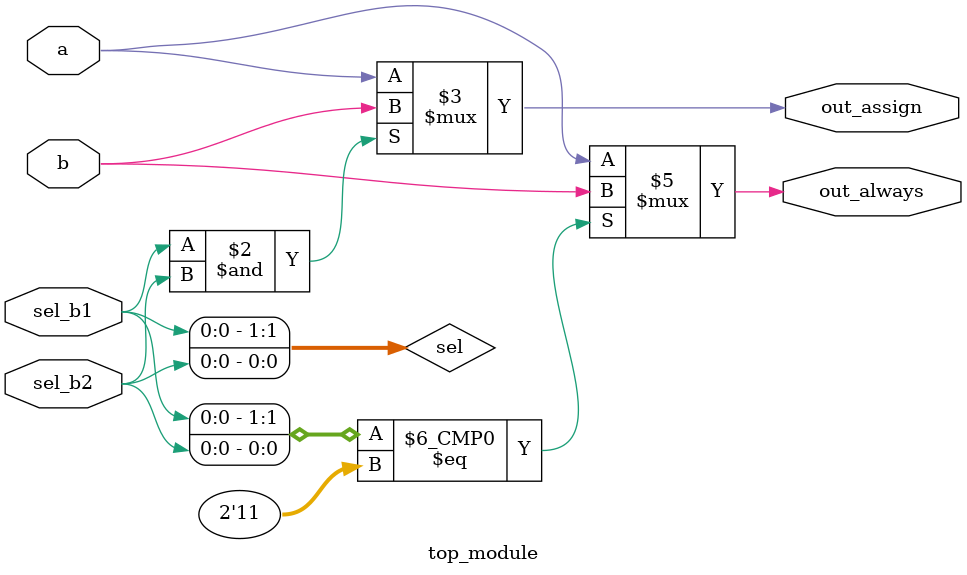
<source format=v>
module top_module(
    input a,
    input b,
    input sel_b1,
    input sel_b2,
    output wire out_assign,
    output reg out_always   );

    wire [1:0] sel;
    assign sel = {sel_b1,sel_b2};
    always @(*) begin
        case(sel)
            2'b11: out_always = b;
            default: out_always = a;
        endcase
    end
    assign out_assign = (sel_b1 & sel_b2) ? b : a;

endmodule

</source>
